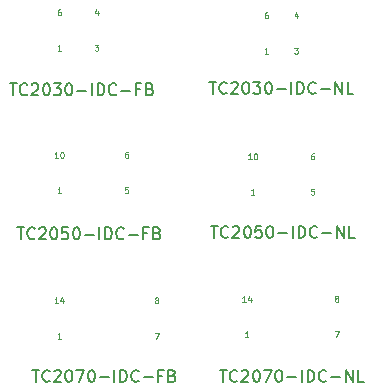
<source format=gbr>
G04 #@! TF.GenerationSoftware,KiCad,Pcbnew,(5.1.0-rc1-9-g8f320697a)*
G04 #@! TF.CreationDate,2019-03-02T18:11:08+09:00
G04 #@! TF.ProjectId,Tag_Connect_KiC,5461675f-436f-46e6-9e65-63745f4b6943,rev?*
G04 #@! TF.SameCoordinates,Original*
G04 #@! TF.FileFunction,Legend,Top*
G04 #@! TF.FilePolarity,Positive*
%FSLAX46Y46*%
G04 Gerber Fmt 4.6, Leading zero omitted, Abs format (unit mm)*
G04 Created by KiCad (PCBNEW (5.1.0-rc1-9-g8f320697a)) date 2019-03-02 18:11:08*
%MOMM*%
%LPD*%
G04 APERTURE LIST*
%ADD10C,0.150000*%
%ADD11C,0.080000*%
G04 APERTURE END LIST*
D10*
X117729761Y-96099380D02*
X118301190Y-96099380D01*
X118015476Y-97099380D02*
X118015476Y-96099380D01*
X119205952Y-97004142D02*
X119158333Y-97051761D01*
X119015476Y-97099380D01*
X118920238Y-97099380D01*
X118777380Y-97051761D01*
X118682142Y-96956523D01*
X118634523Y-96861285D01*
X118586904Y-96670809D01*
X118586904Y-96527952D01*
X118634523Y-96337476D01*
X118682142Y-96242238D01*
X118777380Y-96147000D01*
X118920238Y-96099380D01*
X119015476Y-96099380D01*
X119158333Y-96147000D01*
X119205952Y-96194619D01*
X119586904Y-96194619D02*
X119634523Y-96147000D01*
X119729761Y-96099380D01*
X119967857Y-96099380D01*
X120063095Y-96147000D01*
X120110714Y-96194619D01*
X120158333Y-96289857D01*
X120158333Y-96385095D01*
X120110714Y-96527952D01*
X119539285Y-97099380D01*
X120158333Y-97099380D01*
X120777380Y-96099380D02*
X120872619Y-96099380D01*
X120967857Y-96147000D01*
X121015476Y-96194619D01*
X121063095Y-96289857D01*
X121110714Y-96480333D01*
X121110714Y-96718428D01*
X121063095Y-96908904D01*
X121015476Y-97004142D01*
X120967857Y-97051761D01*
X120872619Y-97099380D01*
X120777380Y-97099380D01*
X120682142Y-97051761D01*
X120634523Y-97004142D01*
X120586904Y-96908904D01*
X120539285Y-96718428D01*
X120539285Y-96480333D01*
X120586904Y-96289857D01*
X120634523Y-96194619D01*
X120682142Y-96147000D01*
X120777380Y-96099380D01*
X121444047Y-96099380D02*
X122110714Y-96099380D01*
X121682142Y-97099380D01*
X122682142Y-96099380D02*
X122777380Y-96099380D01*
X122872619Y-96147000D01*
X122920238Y-96194619D01*
X122967857Y-96289857D01*
X123015476Y-96480333D01*
X123015476Y-96718428D01*
X122967857Y-96908904D01*
X122920238Y-97004142D01*
X122872619Y-97051761D01*
X122777380Y-97099380D01*
X122682142Y-97099380D01*
X122586904Y-97051761D01*
X122539285Y-97004142D01*
X122491666Y-96908904D01*
X122444047Y-96718428D01*
X122444047Y-96480333D01*
X122491666Y-96289857D01*
X122539285Y-96194619D01*
X122586904Y-96147000D01*
X122682142Y-96099380D01*
X123444047Y-96718428D02*
X124205952Y-96718428D01*
X124682142Y-97099380D02*
X124682142Y-96099380D01*
X125158333Y-97099380D02*
X125158333Y-96099380D01*
X125396428Y-96099380D01*
X125539285Y-96147000D01*
X125634523Y-96242238D01*
X125682142Y-96337476D01*
X125729761Y-96527952D01*
X125729761Y-96670809D01*
X125682142Y-96861285D01*
X125634523Y-96956523D01*
X125539285Y-97051761D01*
X125396428Y-97099380D01*
X125158333Y-97099380D01*
X126729761Y-97004142D02*
X126682142Y-97051761D01*
X126539285Y-97099380D01*
X126444047Y-97099380D01*
X126301190Y-97051761D01*
X126205952Y-96956523D01*
X126158333Y-96861285D01*
X126110714Y-96670809D01*
X126110714Y-96527952D01*
X126158333Y-96337476D01*
X126205952Y-96242238D01*
X126301190Y-96147000D01*
X126444047Y-96099380D01*
X126539285Y-96099380D01*
X126682142Y-96147000D01*
X126729761Y-96194619D01*
X127158333Y-96718428D02*
X127920238Y-96718428D01*
X128396428Y-97099380D02*
X128396428Y-96099380D01*
X128967857Y-97099380D01*
X128967857Y-96099380D01*
X129920238Y-97099380D02*
X129444047Y-97099380D01*
X129444047Y-96099380D01*
D11*
X127468333Y-92817190D02*
X127801666Y-92817190D01*
X127587380Y-93317190D01*
X127587380Y-90046976D02*
X127539761Y-90023166D01*
X127515952Y-89999357D01*
X127492142Y-89951738D01*
X127492142Y-89927928D01*
X127515952Y-89880309D01*
X127539761Y-89856500D01*
X127587380Y-89832690D01*
X127682619Y-89832690D01*
X127730238Y-89856500D01*
X127754047Y-89880309D01*
X127777857Y-89927928D01*
X127777857Y-89951738D01*
X127754047Y-89999357D01*
X127730238Y-90023166D01*
X127682619Y-90046976D01*
X127587380Y-90046976D01*
X127539761Y-90070785D01*
X127515952Y-90094595D01*
X127492142Y-90142214D01*
X127492142Y-90237452D01*
X127515952Y-90285071D01*
X127539761Y-90308880D01*
X127587380Y-90332690D01*
X127682619Y-90332690D01*
X127730238Y-90308880D01*
X127754047Y-90285071D01*
X127777857Y-90237452D01*
X127777857Y-90142214D01*
X127754047Y-90094595D01*
X127730238Y-90070785D01*
X127682619Y-90046976D01*
X120157857Y-93317190D02*
X119872142Y-93317190D01*
X120015000Y-93317190D02*
X120015000Y-92817190D01*
X119967380Y-92888619D01*
X119919761Y-92936238D01*
X119872142Y-92960047D01*
X119919761Y-90332690D02*
X119634047Y-90332690D01*
X119776904Y-90332690D02*
X119776904Y-89832690D01*
X119729285Y-89904119D01*
X119681666Y-89951738D01*
X119634047Y-89975547D01*
X120348333Y-89999357D02*
X120348333Y-90332690D01*
X120229285Y-89808880D02*
X120110238Y-90166023D01*
X120419761Y-90166023D01*
D10*
X101854761Y-96099380D02*
X102426190Y-96099380D01*
X102140476Y-97099380D02*
X102140476Y-96099380D01*
X103330952Y-97004142D02*
X103283333Y-97051761D01*
X103140476Y-97099380D01*
X103045238Y-97099380D01*
X102902380Y-97051761D01*
X102807142Y-96956523D01*
X102759523Y-96861285D01*
X102711904Y-96670809D01*
X102711904Y-96527952D01*
X102759523Y-96337476D01*
X102807142Y-96242238D01*
X102902380Y-96147000D01*
X103045238Y-96099380D01*
X103140476Y-96099380D01*
X103283333Y-96147000D01*
X103330952Y-96194619D01*
X103711904Y-96194619D02*
X103759523Y-96147000D01*
X103854761Y-96099380D01*
X104092857Y-96099380D01*
X104188095Y-96147000D01*
X104235714Y-96194619D01*
X104283333Y-96289857D01*
X104283333Y-96385095D01*
X104235714Y-96527952D01*
X103664285Y-97099380D01*
X104283333Y-97099380D01*
X104902380Y-96099380D02*
X104997619Y-96099380D01*
X105092857Y-96147000D01*
X105140476Y-96194619D01*
X105188095Y-96289857D01*
X105235714Y-96480333D01*
X105235714Y-96718428D01*
X105188095Y-96908904D01*
X105140476Y-97004142D01*
X105092857Y-97051761D01*
X104997619Y-97099380D01*
X104902380Y-97099380D01*
X104807142Y-97051761D01*
X104759523Y-97004142D01*
X104711904Y-96908904D01*
X104664285Y-96718428D01*
X104664285Y-96480333D01*
X104711904Y-96289857D01*
X104759523Y-96194619D01*
X104807142Y-96147000D01*
X104902380Y-96099380D01*
X105569047Y-96099380D02*
X106235714Y-96099380D01*
X105807142Y-97099380D01*
X106807142Y-96099380D02*
X106902380Y-96099380D01*
X106997619Y-96147000D01*
X107045238Y-96194619D01*
X107092857Y-96289857D01*
X107140476Y-96480333D01*
X107140476Y-96718428D01*
X107092857Y-96908904D01*
X107045238Y-97004142D01*
X106997619Y-97051761D01*
X106902380Y-97099380D01*
X106807142Y-97099380D01*
X106711904Y-97051761D01*
X106664285Y-97004142D01*
X106616666Y-96908904D01*
X106569047Y-96718428D01*
X106569047Y-96480333D01*
X106616666Y-96289857D01*
X106664285Y-96194619D01*
X106711904Y-96147000D01*
X106807142Y-96099380D01*
X107569047Y-96718428D02*
X108330952Y-96718428D01*
X108807142Y-97099380D02*
X108807142Y-96099380D01*
X109283333Y-97099380D02*
X109283333Y-96099380D01*
X109521428Y-96099380D01*
X109664285Y-96147000D01*
X109759523Y-96242238D01*
X109807142Y-96337476D01*
X109854761Y-96527952D01*
X109854761Y-96670809D01*
X109807142Y-96861285D01*
X109759523Y-96956523D01*
X109664285Y-97051761D01*
X109521428Y-97099380D01*
X109283333Y-97099380D01*
X110854761Y-97004142D02*
X110807142Y-97051761D01*
X110664285Y-97099380D01*
X110569047Y-97099380D01*
X110426190Y-97051761D01*
X110330952Y-96956523D01*
X110283333Y-96861285D01*
X110235714Y-96670809D01*
X110235714Y-96527952D01*
X110283333Y-96337476D01*
X110330952Y-96242238D01*
X110426190Y-96147000D01*
X110569047Y-96099380D01*
X110664285Y-96099380D01*
X110807142Y-96147000D01*
X110854761Y-96194619D01*
X111283333Y-96718428D02*
X112045238Y-96718428D01*
X112854761Y-96575571D02*
X112521428Y-96575571D01*
X112521428Y-97099380D02*
X112521428Y-96099380D01*
X112997619Y-96099380D01*
X113711904Y-96575571D02*
X113854761Y-96623190D01*
X113902380Y-96670809D01*
X113950000Y-96766047D01*
X113950000Y-96908904D01*
X113902380Y-97004142D01*
X113854761Y-97051761D01*
X113759523Y-97099380D01*
X113378571Y-97099380D01*
X113378571Y-96099380D01*
X113711904Y-96099380D01*
X113807142Y-96147000D01*
X113854761Y-96194619D01*
X113902380Y-96289857D01*
X113902380Y-96385095D01*
X113854761Y-96480333D01*
X113807142Y-96527952D01*
X113711904Y-96575571D01*
X113378571Y-96575571D01*
D11*
X112228333Y-92944190D02*
X112561666Y-92944190D01*
X112347380Y-93444190D01*
X112347380Y-90173976D02*
X112299761Y-90150166D01*
X112275952Y-90126357D01*
X112252142Y-90078738D01*
X112252142Y-90054928D01*
X112275952Y-90007309D01*
X112299761Y-89983500D01*
X112347380Y-89959690D01*
X112442619Y-89959690D01*
X112490238Y-89983500D01*
X112514047Y-90007309D01*
X112537857Y-90054928D01*
X112537857Y-90078738D01*
X112514047Y-90126357D01*
X112490238Y-90150166D01*
X112442619Y-90173976D01*
X112347380Y-90173976D01*
X112299761Y-90197785D01*
X112275952Y-90221595D01*
X112252142Y-90269214D01*
X112252142Y-90364452D01*
X112275952Y-90412071D01*
X112299761Y-90435880D01*
X112347380Y-90459690D01*
X112442619Y-90459690D01*
X112490238Y-90435880D01*
X112514047Y-90412071D01*
X112537857Y-90364452D01*
X112537857Y-90269214D01*
X112514047Y-90221595D01*
X112490238Y-90197785D01*
X112442619Y-90173976D01*
X104282857Y-93444190D02*
X103997142Y-93444190D01*
X104140000Y-93444190D02*
X104140000Y-92944190D01*
X104092380Y-93015619D01*
X104044761Y-93063238D01*
X103997142Y-93087047D01*
X104044761Y-90459690D02*
X103759047Y-90459690D01*
X103901904Y-90459690D02*
X103901904Y-89959690D01*
X103854285Y-90031119D01*
X103806666Y-90078738D01*
X103759047Y-90102547D01*
X104473333Y-90126357D02*
X104473333Y-90459690D01*
X104354285Y-89935880D02*
X104235238Y-90293023D01*
X104544761Y-90293023D01*
D10*
X116967761Y-83907380D02*
X117539190Y-83907380D01*
X117253476Y-84907380D02*
X117253476Y-83907380D01*
X118443952Y-84812142D02*
X118396333Y-84859761D01*
X118253476Y-84907380D01*
X118158238Y-84907380D01*
X118015380Y-84859761D01*
X117920142Y-84764523D01*
X117872523Y-84669285D01*
X117824904Y-84478809D01*
X117824904Y-84335952D01*
X117872523Y-84145476D01*
X117920142Y-84050238D01*
X118015380Y-83955000D01*
X118158238Y-83907380D01*
X118253476Y-83907380D01*
X118396333Y-83955000D01*
X118443952Y-84002619D01*
X118824904Y-84002619D02*
X118872523Y-83955000D01*
X118967761Y-83907380D01*
X119205857Y-83907380D01*
X119301095Y-83955000D01*
X119348714Y-84002619D01*
X119396333Y-84097857D01*
X119396333Y-84193095D01*
X119348714Y-84335952D01*
X118777285Y-84907380D01*
X119396333Y-84907380D01*
X120015380Y-83907380D02*
X120110619Y-83907380D01*
X120205857Y-83955000D01*
X120253476Y-84002619D01*
X120301095Y-84097857D01*
X120348714Y-84288333D01*
X120348714Y-84526428D01*
X120301095Y-84716904D01*
X120253476Y-84812142D01*
X120205857Y-84859761D01*
X120110619Y-84907380D01*
X120015380Y-84907380D01*
X119920142Y-84859761D01*
X119872523Y-84812142D01*
X119824904Y-84716904D01*
X119777285Y-84526428D01*
X119777285Y-84288333D01*
X119824904Y-84097857D01*
X119872523Y-84002619D01*
X119920142Y-83955000D01*
X120015380Y-83907380D01*
X121253476Y-83907380D02*
X120777285Y-83907380D01*
X120729666Y-84383571D01*
X120777285Y-84335952D01*
X120872523Y-84288333D01*
X121110619Y-84288333D01*
X121205857Y-84335952D01*
X121253476Y-84383571D01*
X121301095Y-84478809D01*
X121301095Y-84716904D01*
X121253476Y-84812142D01*
X121205857Y-84859761D01*
X121110619Y-84907380D01*
X120872523Y-84907380D01*
X120777285Y-84859761D01*
X120729666Y-84812142D01*
X121920142Y-83907380D02*
X122015380Y-83907380D01*
X122110619Y-83955000D01*
X122158238Y-84002619D01*
X122205857Y-84097857D01*
X122253476Y-84288333D01*
X122253476Y-84526428D01*
X122205857Y-84716904D01*
X122158238Y-84812142D01*
X122110619Y-84859761D01*
X122015380Y-84907380D01*
X121920142Y-84907380D01*
X121824904Y-84859761D01*
X121777285Y-84812142D01*
X121729666Y-84716904D01*
X121682047Y-84526428D01*
X121682047Y-84288333D01*
X121729666Y-84097857D01*
X121777285Y-84002619D01*
X121824904Y-83955000D01*
X121920142Y-83907380D01*
X122682047Y-84526428D02*
X123443952Y-84526428D01*
X123920142Y-84907380D02*
X123920142Y-83907380D01*
X124396333Y-84907380D02*
X124396333Y-83907380D01*
X124634428Y-83907380D01*
X124777285Y-83955000D01*
X124872523Y-84050238D01*
X124920142Y-84145476D01*
X124967761Y-84335952D01*
X124967761Y-84478809D01*
X124920142Y-84669285D01*
X124872523Y-84764523D01*
X124777285Y-84859761D01*
X124634428Y-84907380D01*
X124396333Y-84907380D01*
X125967761Y-84812142D02*
X125920142Y-84859761D01*
X125777285Y-84907380D01*
X125682047Y-84907380D01*
X125539190Y-84859761D01*
X125443952Y-84764523D01*
X125396333Y-84669285D01*
X125348714Y-84478809D01*
X125348714Y-84335952D01*
X125396333Y-84145476D01*
X125443952Y-84050238D01*
X125539190Y-83955000D01*
X125682047Y-83907380D01*
X125777285Y-83907380D01*
X125920142Y-83955000D01*
X125967761Y-84002619D01*
X126396333Y-84526428D02*
X127158238Y-84526428D01*
X127634428Y-84907380D02*
X127634428Y-83907380D01*
X128205857Y-84907380D01*
X128205857Y-83907380D01*
X129158238Y-84907380D02*
X128682047Y-84907380D01*
X128682047Y-83907380D01*
D11*
X125722047Y-80752190D02*
X125483952Y-80752190D01*
X125460142Y-80990285D01*
X125483952Y-80966476D01*
X125531571Y-80942666D01*
X125650619Y-80942666D01*
X125698238Y-80966476D01*
X125722047Y-80990285D01*
X125745857Y-81037904D01*
X125745857Y-81156952D01*
X125722047Y-81204571D01*
X125698238Y-81228380D01*
X125650619Y-81252190D01*
X125531571Y-81252190D01*
X125483952Y-81228380D01*
X125460142Y-81204571D01*
X125698238Y-77767690D02*
X125603000Y-77767690D01*
X125555380Y-77791500D01*
X125531571Y-77815309D01*
X125483952Y-77886738D01*
X125460142Y-77981976D01*
X125460142Y-78172452D01*
X125483952Y-78220071D01*
X125507761Y-78243880D01*
X125555380Y-78267690D01*
X125650619Y-78267690D01*
X125698238Y-78243880D01*
X125722047Y-78220071D01*
X125745857Y-78172452D01*
X125745857Y-78053404D01*
X125722047Y-78005785D01*
X125698238Y-77981976D01*
X125650619Y-77958166D01*
X125555380Y-77958166D01*
X125507761Y-77981976D01*
X125483952Y-78005785D01*
X125460142Y-78053404D01*
X120665857Y-81252190D02*
X120380142Y-81252190D01*
X120523000Y-81252190D02*
X120523000Y-80752190D01*
X120475380Y-80823619D01*
X120427761Y-80871238D01*
X120380142Y-80895047D01*
X120427761Y-78267690D02*
X120142047Y-78267690D01*
X120284904Y-78267690D02*
X120284904Y-77767690D01*
X120237285Y-77839119D01*
X120189666Y-77886738D01*
X120142047Y-77910547D01*
X120737285Y-77767690D02*
X120784904Y-77767690D01*
X120832523Y-77791500D01*
X120856333Y-77815309D01*
X120880142Y-77862928D01*
X120903952Y-77958166D01*
X120903952Y-78077214D01*
X120880142Y-78172452D01*
X120856333Y-78220071D01*
X120832523Y-78243880D01*
X120784904Y-78267690D01*
X120737285Y-78267690D01*
X120689666Y-78243880D01*
X120665857Y-78220071D01*
X120642047Y-78172452D01*
X120618238Y-78077214D01*
X120618238Y-77958166D01*
X120642047Y-77862928D01*
X120665857Y-77815309D01*
X120689666Y-77791500D01*
X120737285Y-77767690D01*
D10*
X100584761Y-84034380D02*
X101156190Y-84034380D01*
X100870476Y-85034380D02*
X100870476Y-84034380D01*
X102060952Y-84939142D02*
X102013333Y-84986761D01*
X101870476Y-85034380D01*
X101775238Y-85034380D01*
X101632380Y-84986761D01*
X101537142Y-84891523D01*
X101489523Y-84796285D01*
X101441904Y-84605809D01*
X101441904Y-84462952D01*
X101489523Y-84272476D01*
X101537142Y-84177238D01*
X101632380Y-84082000D01*
X101775238Y-84034380D01*
X101870476Y-84034380D01*
X102013333Y-84082000D01*
X102060952Y-84129619D01*
X102441904Y-84129619D02*
X102489523Y-84082000D01*
X102584761Y-84034380D01*
X102822857Y-84034380D01*
X102918095Y-84082000D01*
X102965714Y-84129619D01*
X103013333Y-84224857D01*
X103013333Y-84320095D01*
X102965714Y-84462952D01*
X102394285Y-85034380D01*
X103013333Y-85034380D01*
X103632380Y-84034380D02*
X103727619Y-84034380D01*
X103822857Y-84082000D01*
X103870476Y-84129619D01*
X103918095Y-84224857D01*
X103965714Y-84415333D01*
X103965714Y-84653428D01*
X103918095Y-84843904D01*
X103870476Y-84939142D01*
X103822857Y-84986761D01*
X103727619Y-85034380D01*
X103632380Y-85034380D01*
X103537142Y-84986761D01*
X103489523Y-84939142D01*
X103441904Y-84843904D01*
X103394285Y-84653428D01*
X103394285Y-84415333D01*
X103441904Y-84224857D01*
X103489523Y-84129619D01*
X103537142Y-84082000D01*
X103632380Y-84034380D01*
X104870476Y-84034380D02*
X104394285Y-84034380D01*
X104346666Y-84510571D01*
X104394285Y-84462952D01*
X104489523Y-84415333D01*
X104727619Y-84415333D01*
X104822857Y-84462952D01*
X104870476Y-84510571D01*
X104918095Y-84605809D01*
X104918095Y-84843904D01*
X104870476Y-84939142D01*
X104822857Y-84986761D01*
X104727619Y-85034380D01*
X104489523Y-85034380D01*
X104394285Y-84986761D01*
X104346666Y-84939142D01*
X105537142Y-84034380D02*
X105632380Y-84034380D01*
X105727619Y-84082000D01*
X105775238Y-84129619D01*
X105822857Y-84224857D01*
X105870476Y-84415333D01*
X105870476Y-84653428D01*
X105822857Y-84843904D01*
X105775238Y-84939142D01*
X105727619Y-84986761D01*
X105632380Y-85034380D01*
X105537142Y-85034380D01*
X105441904Y-84986761D01*
X105394285Y-84939142D01*
X105346666Y-84843904D01*
X105299047Y-84653428D01*
X105299047Y-84415333D01*
X105346666Y-84224857D01*
X105394285Y-84129619D01*
X105441904Y-84082000D01*
X105537142Y-84034380D01*
X106299047Y-84653428D02*
X107060952Y-84653428D01*
X107537142Y-85034380D02*
X107537142Y-84034380D01*
X108013333Y-85034380D02*
X108013333Y-84034380D01*
X108251428Y-84034380D01*
X108394285Y-84082000D01*
X108489523Y-84177238D01*
X108537142Y-84272476D01*
X108584761Y-84462952D01*
X108584761Y-84605809D01*
X108537142Y-84796285D01*
X108489523Y-84891523D01*
X108394285Y-84986761D01*
X108251428Y-85034380D01*
X108013333Y-85034380D01*
X109584761Y-84939142D02*
X109537142Y-84986761D01*
X109394285Y-85034380D01*
X109299047Y-85034380D01*
X109156190Y-84986761D01*
X109060952Y-84891523D01*
X109013333Y-84796285D01*
X108965714Y-84605809D01*
X108965714Y-84462952D01*
X109013333Y-84272476D01*
X109060952Y-84177238D01*
X109156190Y-84082000D01*
X109299047Y-84034380D01*
X109394285Y-84034380D01*
X109537142Y-84082000D01*
X109584761Y-84129619D01*
X110013333Y-84653428D02*
X110775238Y-84653428D01*
X111584761Y-84510571D02*
X111251428Y-84510571D01*
X111251428Y-85034380D02*
X111251428Y-84034380D01*
X111727619Y-84034380D01*
X112441904Y-84510571D02*
X112584761Y-84558190D01*
X112632380Y-84605809D01*
X112680000Y-84701047D01*
X112680000Y-84843904D01*
X112632380Y-84939142D01*
X112584761Y-84986761D01*
X112489523Y-85034380D01*
X112108571Y-85034380D01*
X112108571Y-84034380D01*
X112441904Y-84034380D01*
X112537142Y-84082000D01*
X112584761Y-84129619D01*
X112632380Y-84224857D01*
X112632380Y-84320095D01*
X112584761Y-84415333D01*
X112537142Y-84462952D01*
X112441904Y-84510571D01*
X112108571Y-84510571D01*
D11*
X109974047Y-80625190D02*
X109735952Y-80625190D01*
X109712142Y-80863285D01*
X109735952Y-80839476D01*
X109783571Y-80815666D01*
X109902619Y-80815666D01*
X109950238Y-80839476D01*
X109974047Y-80863285D01*
X109997857Y-80910904D01*
X109997857Y-81029952D01*
X109974047Y-81077571D01*
X109950238Y-81101380D01*
X109902619Y-81125190D01*
X109783571Y-81125190D01*
X109735952Y-81101380D01*
X109712142Y-81077571D01*
X109950238Y-77640690D02*
X109855000Y-77640690D01*
X109807380Y-77664500D01*
X109783571Y-77688309D01*
X109735952Y-77759738D01*
X109712142Y-77854976D01*
X109712142Y-78045452D01*
X109735952Y-78093071D01*
X109759761Y-78116880D01*
X109807380Y-78140690D01*
X109902619Y-78140690D01*
X109950238Y-78116880D01*
X109974047Y-78093071D01*
X109997857Y-78045452D01*
X109997857Y-77926404D01*
X109974047Y-77878785D01*
X109950238Y-77854976D01*
X109902619Y-77831166D01*
X109807380Y-77831166D01*
X109759761Y-77854976D01*
X109735952Y-77878785D01*
X109712142Y-77926404D01*
X104282857Y-81125190D02*
X103997142Y-81125190D01*
X104140000Y-81125190D02*
X104140000Y-80625190D01*
X104092380Y-80696619D01*
X104044761Y-80744238D01*
X103997142Y-80768047D01*
X104044761Y-78140690D02*
X103759047Y-78140690D01*
X103901904Y-78140690D02*
X103901904Y-77640690D01*
X103854285Y-77712119D01*
X103806666Y-77759738D01*
X103759047Y-77783547D01*
X104354285Y-77640690D02*
X104401904Y-77640690D01*
X104449523Y-77664500D01*
X104473333Y-77688309D01*
X104497142Y-77735928D01*
X104520952Y-77831166D01*
X104520952Y-77950214D01*
X104497142Y-78045452D01*
X104473333Y-78093071D01*
X104449523Y-78116880D01*
X104401904Y-78140690D01*
X104354285Y-78140690D01*
X104306666Y-78116880D01*
X104282857Y-78093071D01*
X104259047Y-78045452D01*
X104235238Y-77950214D01*
X104235238Y-77831166D01*
X104259047Y-77735928D01*
X104282857Y-77688309D01*
X104306666Y-77664500D01*
X104354285Y-77640690D01*
D10*
X116840761Y-71715380D02*
X117412190Y-71715380D01*
X117126476Y-72715380D02*
X117126476Y-71715380D01*
X118316952Y-72620142D02*
X118269333Y-72667761D01*
X118126476Y-72715380D01*
X118031238Y-72715380D01*
X117888380Y-72667761D01*
X117793142Y-72572523D01*
X117745523Y-72477285D01*
X117697904Y-72286809D01*
X117697904Y-72143952D01*
X117745523Y-71953476D01*
X117793142Y-71858238D01*
X117888380Y-71763000D01*
X118031238Y-71715380D01*
X118126476Y-71715380D01*
X118269333Y-71763000D01*
X118316952Y-71810619D01*
X118697904Y-71810619D02*
X118745523Y-71763000D01*
X118840761Y-71715380D01*
X119078857Y-71715380D01*
X119174095Y-71763000D01*
X119221714Y-71810619D01*
X119269333Y-71905857D01*
X119269333Y-72001095D01*
X119221714Y-72143952D01*
X118650285Y-72715380D01*
X119269333Y-72715380D01*
X119888380Y-71715380D02*
X119983619Y-71715380D01*
X120078857Y-71763000D01*
X120126476Y-71810619D01*
X120174095Y-71905857D01*
X120221714Y-72096333D01*
X120221714Y-72334428D01*
X120174095Y-72524904D01*
X120126476Y-72620142D01*
X120078857Y-72667761D01*
X119983619Y-72715380D01*
X119888380Y-72715380D01*
X119793142Y-72667761D01*
X119745523Y-72620142D01*
X119697904Y-72524904D01*
X119650285Y-72334428D01*
X119650285Y-72096333D01*
X119697904Y-71905857D01*
X119745523Y-71810619D01*
X119793142Y-71763000D01*
X119888380Y-71715380D01*
X120555047Y-71715380D02*
X121174095Y-71715380D01*
X120840761Y-72096333D01*
X120983619Y-72096333D01*
X121078857Y-72143952D01*
X121126476Y-72191571D01*
X121174095Y-72286809D01*
X121174095Y-72524904D01*
X121126476Y-72620142D01*
X121078857Y-72667761D01*
X120983619Y-72715380D01*
X120697904Y-72715380D01*
X120602666Y-72667761D01*
X120555047Y-72620142D01*
X121793142Y-71715380D02*
X121888380Y-71715380D01*
X121983619Y-71763000D01*
X122031238Y-71810619D01*
X122078857Y-71905857D01*
X122126476Y-72096333D01*
X122126476Y-72334428D01*
X122078857Y-72524904D01*
X122031238Y-72620142D01*
X121983619Y-72667761D01*
X121888380Y-72715380D01*
X121793142Y-72715380D01*
X121697904Y-72667761D01*
X121650285Y-72620142D01*
X121602666Y-72524904D01*
X121555047Y-72334428D01*
X121555047Y-72096333D01*
X121602666Y-71905857D01*
X121650285Y-71810619D01*
X121697904Y-71763000D01*
X121793142Y-71715380D01*
X122555047Y-72334428D02*
X123316952Y-72334428D01*
X123793142Y-72715380D02*
X123793142Y-71715380D01*
X124269333Y-72715380D02*
X124269333Y-71715380D01*
X124507428Y-71715380D01*
X124650285Y-71763000D01*
X124745523Y-71858238D01*
X124793142Y-71953476D01*
X124840761Y-72143952D01*
X124840761Y-72286809D01*
X124793142Y-72477285D01*
X124745523Y-72572523D01*
X124650285Y-72667761D01*
X124507428Y-72715380D01*
X124269333Y-72715380D01*
X125840761Y-72620142D02*
X125793142Y-72667761D01*
X125650285Y-72715380D01*
X125555047Y-72715380D01*
X125412190Y-72667761D01*
X125316952Y-72572523D01*
X125269333Y-72477285D01*
X125221714Y-72286809D01*
X125221714Y-72143952D01*
X125269333Y-71953476D01*
X125316952Y-71858238D01*
X125412190Y-71763000D01*
X125555047Y-71715380D01*
X125650285Y-71715380D01*
X125793142Y-71763000D01*
X125840761Y-71810619D01*
X126269333Y-72334428D02*
X127031238Y-72334428D01*
X127507428Y-72715380D02*
X127507428Y-71715380D01*
X128078857Y-72715380D01*
X128078857Y-71715380D01*
X129031238Y-72715380D02*
X128555047Y-72715380D01*
X128555047Y-71715380D01*
D11*
X124039333Y-68815190D02*
X124348857Y-68815190D01*
X124182190Y-69005666D01*
X124253619Y-69005666D01*
X124301238Y-69029476D01*
X124325047Y-69053285D01*
X124348857Y-69100904D01*
X124348857Y-69219952D01*
X124325047Y-69267571D01*
X124301238Y-69291380D01*
X124253619Y-69315190D01*
X124110761Y-69315190D01*
X124063142Y-69291380D01*
X124039333Y-69267571D01*
X124301238Y-65997357D02*
X124301238Y-66330690D01*
X124182190Y-65806880D02*
X124063142Y-66164023D01*
X124372666Y-66164023D01*
X121808857Y-69315190D02*
X121523142Y-69315190D01*
X121666000Y-69315190D02*
X121666000Y-68815190D01*
X121618380Y-68886619D01*
X121570761Y-68934238D01*
X121523142Y-68958047D01*
X121761238Y-65830690D02*
X121666000Y-65830690D01*
X121618380Y-65854500D01*
X121594571Y-65878309D01*
X121546952Y-65949738D01*
X121523142Y-66044976D01*
X121523142Y-66235452D01*
X121546952Y-66283071D01*
X121570761Y-66306880D01*
X121618380Y-66330690D01*
X121713619Y-66330690D01*
X121761238Y-66306880D01*
X121785047Y-66283071D01*
X121808857Y-66235452D01*
X121808857Y-66116404D01*
X121785047Y-66068785D01*
X121761238Y-66044976D01*
X121713619Y-66021166D01*
X121618380Y-66021166D01*
X121570761Y-66044976D01*
X121546952Y-66068785D01*
X121523142Y-66116404D01*
D10*
X99949761Y-71842380D02*
X100521190Y-71842380D01*
X100235476Y-72842380D02*
X100235476Y-71842380D01*
X101425952Y-72747142D02*
X101378333Y-72794761D01*
X101235476Y-72842380D01*
X101140238Y-72842380D01*
X100997380Y-72794761D01*
X100902142Y-72699523D01*
X100854523Y-72604285D01*
X100806904Y-72413809D01*
X100806904Y-72270952D01*
X100854523Y-72080476D01*
X100902142Y-71985238D01*
X100997380Y-71890000D01*
X101140238Y-71842380D01*
X101235476Y-71842380D01*
X101378333Y-71890000D01*
X101425952Y-71937619D01*
X101806904Y-71937619D02*
X101854523Y-71890000D01*
X101949761Y-71842380D01*
X102187857Y-71842380D01*
X102283095Y-71890000D01*
X102330714Y-71937619D01*
X102378333Y-72032857D01*
X102378333Y-72128095D01*
X102330714Y-72270952D01*
X101759285Y-72842380D01*
X102378333Y-72842380D01*
X102997380Y-71842380D02*
X103092619Y-71842380D01*
X103187857Y-71890000D01*
X103235476Y-71937619D01*
X103283095Y-72032857D01*
X103330714Y-72223333D01*
X103330714Y-72461428D01*
X103283095Y-72651904D01*
X103235476Y-72747142D01*
X103187857Y-72794761D01*
X103092619Y-72842380D01*
X102997380Y-72842380D01*
X102902142Y-72794761D01*
X102854523Y-72747142D01*
X102806904Y-72651904D01*
X102759285Y-72461428D01*
X102759285Y-72223333D01*
X102806904Y-72032857D01*
X102854523Y-71937619D01*
X102902142Y-71890000D01*
X102997380Y-71842380D01*
X103664047Y-71842380D02*
X104283095Y-71842380D01*
X103949761Y-72223333D01*
X104092619Y-72223333D01*
X104187857Y-72270952D01*
X104235476Y-72318571D01*
X104283095Y-72413809D01*
X104283095Y-72651904D01*
X104235476Y-72747142D01*
X104187857Y-72794761D01*
X104092619Y-72842380D01*
X103806904Y-72842380D01*
X103711666Y-72794761D01*
X103664047Y-72747142D01*
X104902142Y-71842380D02*
X104997380Y-71842380D01*
X105092619Y-71890000D01*
X105140238Y-71937619D01*
X105187857Y-72032857D01*
X105235476Y-72223333D01*
X105235476Y-72461428D01*
X105187857Y-72651904D01*
X105140238Y-72747142D01*
X105092619Y-72794761D01*
X104997380Y-72842380D01*
X104902142Y-72842380D01*
X104806904Y-72794761D01*
X104759285Y-72747142D01*
X104711666Y-72651904D01*
X104664047Y-72461428D01*
X104664047Y-72223333D01*
X104711666Y-72032857D01*
X104759285Y-71937619D01*
X104806904Y-71890000D01*
X104902142Y-71842380D01*
X105664047Y-72461428D02*
X106425952Y-72461428D01*
X106902142Y-72842380D02*
X106902142Y-71842380D01*
X107378333Y-72842380D02*
X107378333Y-71842380D01*
X107616428Y-71842380D01*
X107759285Y-71890000D01*
X107854523Y-71985238D01*
X107902142Y-72080476D01*
X107949761Y-72270952D01*
X107949761Y-72413809D01*
X107902142Y-72604285D01*
X107854523Y-72699523D01*
X107759285Y-72794761D01*
X107616428Y-72842380D01*
X107378333Y-72842380D01*
X108949761Y-72747142D02*
X108902142Y-72794761D01*
X108759285Y-72842380D01*
X108664047Y-72842380D01*
X108521190Y-72794761D01*
X108425952Y-72699523D01*
X108378333Y-72604285D01*
X108330714Y-72413809D01*
X108330714Y-72270952D01*
X108378333Y-72080476D01*
X108425952Y-71985238D01*
X108521190Y-71890000D01*
X108664047Y-71842380D01*
X108759285Y-71842380D01*
X108902142Y-71890000D01*
X108949761Y-71937619D01*
X109378333Y-72461428D02*
X110140238Y-72461428D01*
X110949761Y-72318571D02*
X110616428Y-72318571D01*
X110616428Y-72842380D02*
X110616428Y-71842380D01*
X111092619Y-71842380D01*
X111806904Y-72318571D02*
X111949761Y-72366190D01*
X111997380Y-72413809D01*
X112045000Y-72509047D01*
X112045000Y-72651904D01*
X111997380Y-72747142D01*
X111949761Y-72794761D01*
X111854523Y-72842380D01*
X111473571Y-72842380D01*
X111473571Y-71842380D01*
X111806904Y-71842380D01*
X111902142Y-71890000D01*
X111949761Y-71937619D01*
X111997380Y-72032857D01*
X111997380Y-72128095D01*
X111949761Y-72223333D01*
X111902142Y-72270952D01*
X111806904Y-72318571D01*
X111473571Y-72318571D01*
D11*
X107148333Y-68560190D02*
X107457857Y-68560190D01*
X107291190Y-68750666D01*
X107362619Y-68750666D01*
X107410238Y-68774476D01*
X107434047Y-68798285D01*
X107457857Y-68845904D01*
X107457857Y-68964952D01*
X107434047Y-69012571D01*
X107410238Y-69036380D01*
X107362619Y-69060190D01*
X107219761Y-69060190D01*
X107172142Y-69036380D01*
X107148333Y-69012571D01*
X107410238Y-65742357D02*
X107410238Y-66075690D01*
X107291190Y-65551880D02*
X107172142Y-65909023D01*
X107481666Y-65909023D01*
X104282857Y-69060190D02*
X103997142Y-69060190D01*
X104140000Y-69060190D02*
X104140000Y-68560190D01*
X104092380Y-68631619D01*
X104044761Y-68679238D01*
X103997142Y-68703047D01*
X104235238Y-65575690D02*
X104140000Y-65575690D01*
X104092380Y-65599500D01*
X104068571Y-65623309D01*
X104020952Y-65694738D01*
X103997142Y-65789976D01*
X103997142Y-65980452D01*
X104020952Y-66028071D01*
X104044761Y-66051880D01*
X104092380Y-66075690D01*
X104187619Y-66075690D01*
X104235238Y-66051880D01*
X104259047Y-66028071D01*
X104282857Y-65980452D01*
X104282857Y-65861404D01*
X104259047Y-65813785D01*
X104235238Y-65789976D01*
X104187619Y-65766166D01*
X104092380Y-65766166D01*
X104044761Y-65789976D01*
X104020952Y-65813785D01*
X103997142Y-65861404D01*
M02*

</source>
